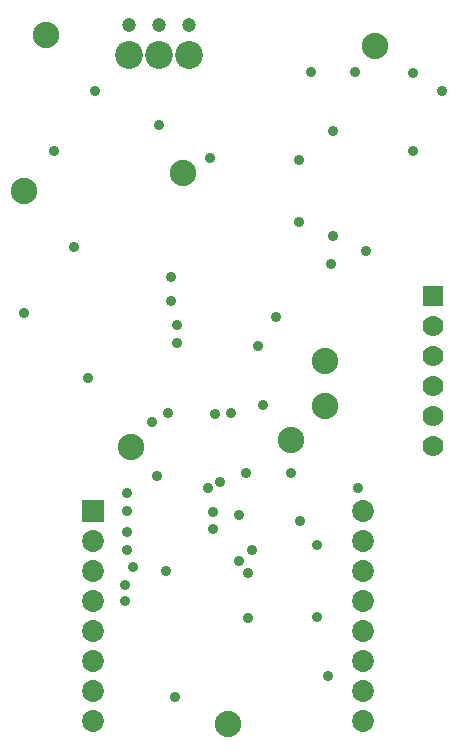
<source format=gbs>
G04 Layer_Color=16711935*
%FSLAX25Y25*%
%MOIN*%
G70*
G01*
G75*
%ADD58C,0.09300*%
%ADD59C,0.04731*%
%ADD60C,0.08800*%
%ADD61C,0.07000*%
%ADD62R,0.07000X0.07000*%
%ADD63C,0.07300*%
%ADD64R,0.07300X0.07300*%
%ADD65C,0.03600*%
D58*
X-13000Y237000D02*
D03*
X-23000D02*
D03*
X-33000D02*
D03*
D59*
Y247000D02*
D03*
X-23000D02*
D03*
X-13000D02*
D03*
D60*
X49000Y240000D02*
D03*
X-67945Y191760D02*
D03*
X-60500Y243500D02*
D03*
X-32283Y106299D02*
D03*
X20866Y108661D02*
D03*
X32500Y120000D02*
D03*
Y135000D02*
D03*
X-15000Y197458D02*
D03*
X0Y14000D02*
D03*
D61*
X68441Y146500D02*
D03*
Y106500D02*
D03*
Y116500D02*
D03*
Y126500D02*
D03*
Y136500D02*
D03*
D62*
Y156500D02*
D03*
D63*
X45000Y25000D02*
D03*
Y75000D02*
D03*
Y65000D02*
D03*
Y85000D02*
D03*
Y45000D02*
D03*
Y35000D02*
D03*
Y55000D02*
D03*
Y15000D02*
D03*
X-45000Y65000D02*
D03*
Y15000D02*
D03*
Y55000D02*
D03*
Y35000D02*
D03*
Y25000D02*
D03*
Y45000D02*
D03*
Y75000D02*
D03*
D64*
Y85000D02*
D03*
D65*
X43307Y92536D02*
D03*
X11811Y120340D02*
D03*
X-4858Y84646D02*
D03*
X3543Y83465D02*
D03*
X-34252Y55000D02*
D03*
Y60173D02*
D03*
X29802Y49500D02*
D03*
X6693Y64330D02*
D03*
Y49213D02*
D03*
X29802Y73622D02*
D03*
X3543Y68110D02*
D03*
X-25197Y114567D02*
D03*
X23802Y181410D02*
D03*
X-17500Y23000D02*
D03*
X33500Y30000D02*
D03*
X-31496Y66142D02*
D03*
X24160Y81500D02*
D03*
X8000Y71965D02*
D03*
X-4858Y79100D02*
D03*
X-20500Y65000D02*
D03*
X-2600Y94488D02*
D03*
X-19020Y162900D02*
D03*
X-44340Y224840D02*
D03*
X-58000Y204792D02*
D03*
X35000Y176660D02*
D03*
Y211500D02*
D03*
X71372Y225043D02*
D03*
X27542Y231340D02*
D03*
X42500D02*
D03*
X15900Y149500D02*
D03*
X-33500Y71965D02*
D03*
Y78043D02*
D03*
Y90802D02*
D03*
Y84802D02*
D03*
X23802Y202000D02*
D03*
X34500Y167340D02*
D03*
X46085Y171500D02*
D03*
X-23000Y213500D02*
D03*
X61708Y230958D02*
D03*
Y204792D02*
D03*
X-67945Y151055D02*
D03*
X-51304Y173000D02*
D03*
X-19000Y155000D02*
D03*
X6000Y97500D02*
D03*
X21000D02*
D03*
X-6500Y92437D02*
D03*
X-16840Y140850D02*
D03*
Y146850D02*
D03*
X-46788Y129133D02*
D03*
X-23802Y96500D02*
D03*
X-20000Y117500D02*
D03*
X-4231Y117323D02*
D03*
X-6021Y202500D02*
D03*
X1181Y117500D02*
D03*
X10000Y140042D02*
D03*
M02*

</source>
